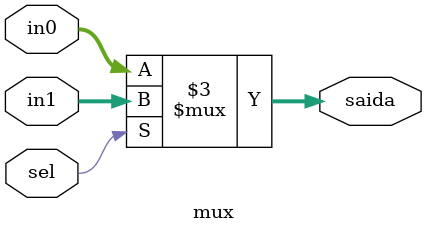
<source format=v>
module mux (in0, in1, sel,saida);

input  [4:0] in0,in1;
input sel;

output reg [4:0] saida;


always @ (*)
begin
	if (sel)
		 begin
			saida <= in1;
		  end
	else
		begin
			
			saida <= in0;
			end
end
endmodule

</source>
